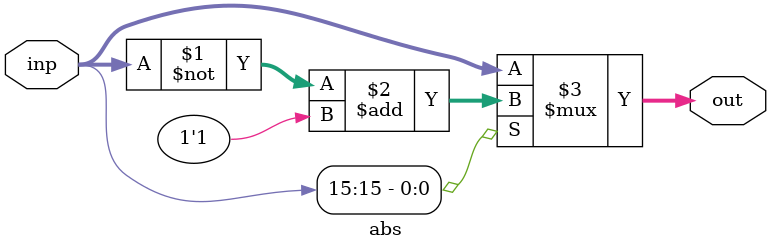
<source format=v>
`timescale 1ns / 1ps
module abs
#(parameter bitwidth=16)
(output  [bitwidth-1:0] out,
 input [bitwidth-1:0] inp);
 
 assign out = inp[bitwidth-1] ? ((~inp)+1'b1) : inp;
 
// wire [bitwidth-1:0] negative;
// twosComplement t(negative,inp);
// always @(*)
// begin
// if (inp[bitwidth-1]==1'b1)
//      out <= negative;
// else
//      out <= inp;
//end
endmodule

</source>
